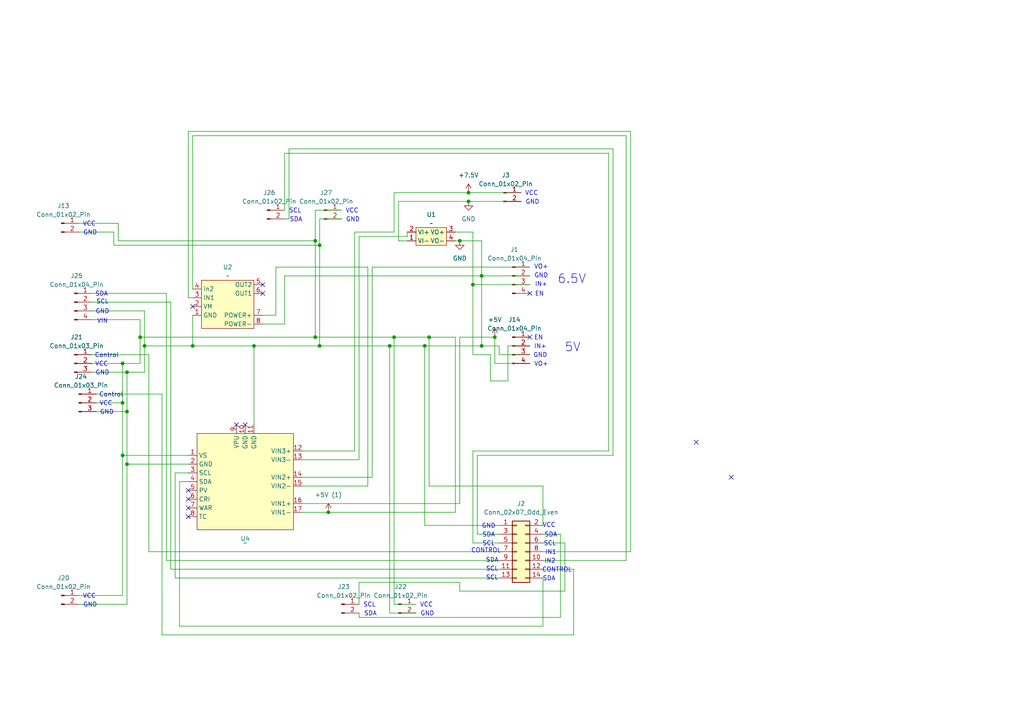
<source format=kicad_sch>
(kicad_sch (version 20250114) (generator "eeschema") (generator_version "9.0")
  (paper "A4")
  (title_block (title "Car Motor") (date "2025-03-17") (rev "v1") (company "Marvin Lorenz"))
  (lib_symbols
    (symbol "Connector:Conn_01x02_Pin" (pin_names (offset 1.016) (hide yes))
      (property "Reference" "J" (at 0 2.54 0))
      (property "Value" "Conn_01x02_Pin" (at 0 -5.08 0))
      (symbol "Conn_01x02_Pin_1_1"
        (rectangle (start 0.8636 0.127) (end 0 -0.127) (stroke (width 0.1524)) (fill (type outline)))
        (rectangle (start 0.8636 -2.413) (end 0 -2.667) (stroke (width 0.1524)) (fill (type outline)))
        (polyline (pts (xy 1.27 0) (xy 0.8636 0)) (stroke (width 0.1524)))
        (polyline (pts (xy 1.27 -2.54) (xy 0.8636 -2.54)) (stroke (width 0.1524)))
        (pin passive line (at 5.08 0 180) (length 3.81) (name "Pin_1") (number "1"))
        (pin passive line (at 5.08 -2.54 180) (length 3.81) (name "Pin_2") (number "2"))
      )
    )
    (symbol "Connector:Conn_01x03_Pin" (pin_names (offset 1.016) (hide yes))
      (property "Reference" "J" (at 0 5.08 0))
      (property "Value" "Conn_01x03_Pin" (at 0 -5.08 0))
      (symbol "Conn_01x03_Pin_1_1"
        (rectangle (start 0.8636 2.667) (end 0 2.413) (stroke (width 0.1524)) (fill (type outline)))
        (rectangle (start 0.8636 0.127) (end 0 -0.127) (stroke (width 0.1524)) (fill (type outline)))
        (rectangle (start 0.8636 -2.413) (end 0 -2.667) (stroke (width 0.1524)) (fill (type outline)))
        (polyline (pts (xy 1.27 2.54) (xy 0.8636 2.54)) (stroke (width 0.1524)))
        (polyline (pts (xy 1.27 0) (xy 0.8636 0)) (stroke (width 0.1524)))
        (polyline (pts (xy 1.27 -2.54) (xy 0.8636 -2.54)) (stroke (width 0.1524)))
        (pin passive line (at 5.08 2.54 180) (length 3.81) (name "Pin_1") (number "1"))
        (pin passive line (at 5.08 0 180) (length 3.81) (name "Pin_2") (number "2"))
        (pin passive line (at 5.08 -2.54 180) (length 3.81) (name "Pin_3") (number "3"))
      )
    )
    (symbol "Connector:Conn_01x04_Pin" (pin_names (offset 1.016) (hide yes))
      (property "Reference" "J" (at 0 5.08 0))
      (property "Value" "Conn_01x04_Pin" (at 0 -7.62 0))
      (symbol "Conn_01x04_Pin_1_1"
        (rectangle (start 0.8636 2.667) (end 0 2.413) (stroke (width 0.1524)) (fill (type outline)))
        (rectangle (start 0.8636 0.127) (end 0 -0.127) (stroke (width 0.1524)) (fill (type outline)))
        (rectangle (start 0.8636 -2.413) (end 0 -2.667) (stroke (width 0.1524)) (fill (type outline)))
        (rectangle (start 0.8636 -4.953) (end 0 -5.207) (stroke (width 0.1524)) (fill (type outline)))
        (polyline (pts (xy 1.27 2.54) (xy 0.8636 2.54)) (stroke (width 0.1524)))
        (polyline (pts (xy 1.27 0) (xy 0.8636 0)) (stroke (width 0.1524)))
        (polyline (pts (xy 1.27 -2.54) (xy 0.8636 -2.54)) (stroke (width 0.1524)))
        (polyline (pts (xy 1.27 -5.08) (xy 0.8636 -5.08)) (stroke (width 0.1524)))
        (pin passive line (at 5.08 2.54 180) (length 3.81) (name "Pin_1") (number "1"))
        (pin passive line (at 5.08 0 180) (length 3.81) (name "Pin_2") (number "2"))
        (pin passive line (at 5.08 -2.54 180) (length 3.81) (name "Pin_3") (number "3"))
        (pin passive line (at 5.08 -5.08 180) (length 3.81) (name "Pin_4") (number "4"))
      )
    )
    (symbol "Connector_Generic:Conn_02x07_Odd_Even" (pin_names (offset 1.016) (hide yes))
      (property "Reference" "J" (at 1.27 10.16 0))
      (property "Value" "Conn_02x07_Odd_Even" (at 1.27 -10.16 0))
      (symbol "Conn_02x07_Odd_Even_1_1"
        (rectangle (start -1.27 8.89) (end 3.81 -8.89) (stroke (width 0.254)) (fill (type background)))
        (rectangle (start -1.27 7.747) (end 0 7.493) (stroke (width 0.1524)))
        (rectangle (start -1.27 5.207) (end 0 4.953) (stroke (width 0.1524)))
        (rectangle (start -1.27 2.667) (end 0 2.413) (stroke (width 0.1524)))
        (rectangle (start -1.27 0.127) (end 0 -0.127) (stroke (width 0.1524)))
        (rectangle (start -1.27 -2.413) (end 0 -2.667) (stroke (width 0.1524)))
        (rectangle (start -1.27 -4.953) (end 0 -5.207) (stroke (width 0.1524)))
        (rectangle (start -1.27 -7.493) (end 0 -7.747) (stroke (width 0.1524)))
        (rectangle (start 3.81 7.747) (end 2.54 7.493) (stroke (width 0.1524)))
        (rectangle (start 3.81 5.207) (end 2.54 4.953) (stroke (width 0.1524)))
        (rectangle (start 3.81 2.667) (end 2.54 2.413) (stroke (width 0.1524)))
        (rectangle (start 3.81 0.127) (end 2.54 -0.127) (stroke (width 0.1524)))
        (rectangle (start 3.81 -2.413) (end 2.54 -2.667) (stroke (width 0.1524)))
        (rectangle (start 3.81 -4.953) (end 2.54 -5.207) (stroke (width 0.1524)))
        (rectangle (start 3.81 -7.493) (end 2.54 -7.747) (stroke (width 0.1524)))
        (pin passive line (at -5.08 7.62 0) (length 3.81) (name "Pin_1") (number "1"))
        (pin passive line (at -5.08 5.08 0) (length 3.81) (name "Pin_3") (number "3"))
        (pin passive line (at -5.08 2.54 0) (length 3.81) (name "Pin_5") (number "5"))
        (pin passive line (at -5.08 0 0) (length 3.81) (name "Pin_7") (number "7"))
        (pin passive line (at -5.08 -2.54 0) (length 3.81) (name "Pin_9") (number "9"))
        (pin passive line (at -5.08 -5.08 0) (length 3.81) (name "Pin_11") (number "11"))
        (pin passive line (at -5.08 -7.62 0) (length 3.81) (name "Pin_13") (number "13"))
        (pin passive line (at 7.62 7.62 180) (length 3.81) (name "Pin_2") (number "2"))
        (pin passive line (at 7.62 5.08 180) (length 3.81) (name "Pin_4") (number "4"))
        (pin passive line (at 7.62 2.54 180) (length 3.81) (name "Pin_6") (number "6"))
        (pin passive line (at 7.62 0 180) (length 3.81) (name "Pin_8") (number "8"))
        (pin passive line (at 7.62 -2.54 180) (length 3.81) (name "Pin_10") (number "10"))
        (pin passive line (at 7.62 -5.08 180) (length 3.81) (name "Pin_12") (number "12"))
        (pin passive line (at 7.62 -7.62 180) (length 3.81) (name "Pin_14") (number "14"))
      )
    )
    (symbol "DRV8871:DRV8871"
      (property "Reference" "U" (at 0 0 0))
      (symbol "DRV8871_1_1"
        (rectangle (start -144.78 -35.56) (end -129.54 -49.53) (fill (type background)))
        (pin input line (at -147.32 -38.1 0) (length 2.54) (name "In2") (number "4"))
        (pin input line (at -147.32 -40.64 0) (length 2.54) (name "IN1") (number "3"))
        (pin input line (at -147.32 -43.18 0) (length 2.54) (name "VM") (number "2"))
        (pin input line (at -147.32 -45.72 0) (length 2.54) (name "GND") (number "1"))
        (pin output line (at -127 -36.83 180) (length 2.54) (name "OUT2") (number "5"))
        (pin output line (at -127 -39.37 180) (length 2.54) (name "OUT1") (number "6"))
        (pin input line (at -127 -45.72 180) (length 2.54) (name "POWER+") (number "7"))
        (pin input line (at -127 -48.26 180) (length 2.54) (name "POWER-") (number "8"))
      )
    )
    (symbol "INA3221:INA3221"
      (property "Reference" "U" (at 0 0 0))
      (symbol "INA3221_1_0"
        (pin input line (at -8.89 5.08 0) (length 2.54) (name "VS") (number "1"))
        (pin input line (at -8.89 2.54 0) (length 2.54) (name "GND") (number "2"))
        (pin output line (at -8.89 0 0) (length 2.54) (name "SCL") (number "3"))
        (pin output line (at -8.89 -2.54 0) (length 2.54) (name "SDA") (number "4"))
        (pin input line (at -8.89 -5.08 0) (length 2.54) (name "PV") (number "5"))
        (pin input line (at -8.89 -7.62 0) (length 2.54) (name "CRI") (number "6"))
        (pin input line (at -8.89 -10.16 0) (length 2.54) (name "WAR") (number "7"))
        (pin input line (at -8.89 -12.7 0) (length 2.54) (name "TC") (number "8"))
        (pin input line (at 5.08 13.97 270) (length 2.54) (name "VPU") (number "9"))
        (pin input line (at 7.62 13.97 270) (length 2.54) (name "GND") (number "10"))
        (pin input line (at 10.16 13.97 270) (length 2.54) (name "GND") (number "11"))
        (pin input line (at 24.13 6.35 180) (length 2.54) (name "VIN3+") (number "12"))
        (pin output line (at 24.13 3.81 180) (length 2.54) (name "VIN3-") (number "13"))
        (pin input line (at 24.13 -1.27 180) (length 2.54) (name "VIN2+") (number "14"))
        (pin output line (at 24.13 -3.81 180) (length 2.54) (name "VIN2-") (number "15"))
        (pin input line (at 24.13 -8.89 180) (length 2.54) (name "VIN1+") (number "16"))
        (pin output line (at 24.13 -11.43 180) (length 2.54) (name "VIN1-") (number "17"))
      )
      (symbol "INA3221_1_1"
        (rectangle (start -6.35 11.43) (end 21.59 -16.51) (fill (type background)))
      )
    )
    (symbol "anti_reverse:anti_reverse"
      (property "Reference" "U" (at 0 0 0))
      (symbol "anti_reverse_1_0"
        (pin input line (at -3.81 -2.54 0) (length 2.54) (name "VI+") (number "2"))
        (pin input line (at -3.81 -5.08 0) (length 2.54) (name "VI-") (number "1"))
        (pin output line (at 10.16 -2.54 180) (length 2.54) (name "VO+") (number "3"))
        (pin output line (at 10.16 -5.08 180) (length 2.54) (name "VO-") (number "4"))
      )
      (symbol "anti_reverse_1_1"
        (rectangle (start -1.27 -1.27) (end 7.62 -6.35) (fill (type background)))
      )
    )
    (symbol "power:+5V" (power) (pin_numbers (hide yes)) (pin_names (offset 0) (hide yes))
      (property "Value" "+5V" (at 0 3.556 0))
      (symbol "+5V_0_1"
        (polyline (pts (xy -0.762 1.27) (xy 0 2.54)))
        (polyline (pts (xy 0 2.54) (xy 0.762 1.27)))
        (polyline (pts (xy 0 0) (xy 0 2.54)))
      )
      (symbol "+5V_1_1"
        (pin power_in line (at 0 0 90) (length 0) (name "~") (number "1"))
      )
    )
    (symbol "power:+7.5V" (power) (pin_numbers (hide yes)) (pin_names (offset 0) (hide yes))
      (property "Value" "+7.5V" (at 0 3.556 0))
      (symbol "+7.5V_0_1"
        (polyline (pts (xy -0.762 1.27) (xy 0 2.54)))
        (polyline (pts (xy 0 2.54) (xy 0.762 1.27)))
        (polyline (pts (xy 0 0) (xy 0 2.54)))
      )
      (symbol "+7.5V_1_1"
        (pin power_in line (at 0 0 90) (length 0) (name "~") (number "1"))
      )
    )
    (symbol "power:GND1" (power) (pin_numbers (hide yes)) (pin_names (offset 0) (hide yes))
      (property "Value" "GND1" (at 0 -3.81 0))
      (symbol "GND1_0_1"
        (polyline (pts (xy 0 0) (xy 0 -1.27) (xy 1.27 -1.27) (xy 0 -2.54) (xy -1.27 -1.27) (xy 0 -1.27)))
      )
      (symbol "GND1_1_1"
        (pin power_in line (at 0 0 270) (length 0) (name "~") (number "1"))
      )
    )
  )
  (text "5V" (at 166.116 100.838 0) (effects (font (size 2.54 2.54))))
  (text "IN2" (at 159.512 162.814 0) (effects (font (size 1.27 1.27))))
  (text "VCC" (at 154.178 56.134 0) (effects (font (size 1.27 1.27))))
  (text "SDA" (at 85.852 63.754 0) (effects (font (size 1.27 1.27))))
  (text "SCL\n" (at 85.598 61.214 0) (effects (font (size 1.27 1.27))))
  (text "VIN" (at 29.718 93.218 0) (effects (font (size 1.27 1.27))))
  (text "VO+" (at 156.972 77.47 0) (effects (font (size 1.27 1.27))))
  (text "EN" (at 156.21 98.044 0) (effects (font (size 1.27 1.27))))
  (text "GND" (at 26.162 175.514 0) (effects (font (size 1.27 1.27))))
  (text "SDA" (at 142.748 162.56 0) (effects (font (size 1.27 1.27))))
  (text "SDA" (at 141.732 155.194 0) (effects (font (size 1.27 1.27))))
  (text "VCC" (at 29.464 105.664 0) (effects (font (size 1.27 1.27))))
  (text "CONTROL" (at 161.544 165.354 0) (effects (font (size 1.27 1.27))))
  (text "GND" (at 156.718 103.124 0) (effects (font (size 1.27 1.27))))
  (text "IN+" (at 156.972 82.55 0) (effects (font (size 1.27 1.27))))
  (text "GND" (at 123.952 178.054 0) (effects (font (size 1.27 1.27))))
  (text "GND" (at 156.972 80.01 0) (effects (font (size 1.27 1.27))))
  (text "VCC" (at 30.734 117.094 0) (effects (font (size 1.27 1.27))))
  (text "Control" (at 30.988 103.124 0) (effects (font (size 1.27 1.27))))
  (text "SCL" (at 29.718 87.63 0) (effects (font (size 1.27 1.27))))
  (text "GND" (at 102.362 63.754 0) (effects (font (size 1.27 1.27))))
  (text "SDA" (at 159.766 155.194 0) (effects (font (size 1.27 1.27))))
  (text "SCL\n" (at 107.188 175.514 0) (effects (font (size 1.27 1.27))))
  (text "SCL" (at 159.512 157.734 0) (effects (font (size 1.27 1.27))))
  (text "Control" (at 32.258 114.554 0) (effects (font (size 1.27 1.27))))
  (text "GND" (at 26.162 67.564 0) (effects (font (size 1.27 1.27))))
  (text "CONTROL" (at 140.97 159.766 0) (effects (font (size 1.27 1.27))))
  (text "SDA" (at 29.464 85.344 0) (effects (font (size 1.27 1.27))))
  (text "VCC" (at 25.908 65.024 0) (effects (font (size 1.27 1.27))))
  (text "VO+" (at 156.972 105.664 0) (effects (font (size 1.27 1.27))))
  (text "SCL" (at 141.732 157.734 0) (effects (font (size 1.27 1.27))))
  (text "IN+" (at 156.718 100.584 0) (effects (font (size 1.27 1.27))))
  (text "VCC" (at 159.258 152.4 0) (effects (font (size 1.27 1.27))))
  (text "GND" (at 30.988 119.634 0) (effects (font (size 1.27 1.27))))
  (text "6.5V" (at 165.862 81.026 0) (effects (font (size 2.54 2.54))))
  (text "VCC" (at 102.108 61.214 0) (effects (font (size 1.27 1.27))))
  (text "GND" (at 141.732 152.654 0) (effects (font (size 1.27 1.27))))
  (text "SDA" (at 107.442 178.054 0) (effects (font (size 1.27 1.27))))
  (text "GND" (at 29.718 90.424 0) (effects (font (size 1.27 1.27))))
  (text "SCL" (at 142.748 167.64 0) (effects (font (size 1.27 1.27))))
  (text "GND" (at 29.718 108.204 0) (effects (font (size 1.27 1.27))))
  (text "SCL" (at 142.748 165.1 0) (effects (font (size 1.27 1.27))))
  (text "VCC" (at 25.908 172.974 0) (effects (font (size 1.27 1.27))))
  (text "EN" (at 156.464 85.344 0) (effects (font (size 1.27 1.27))))
  (text "SDA" (at 159.258 167.894 0) (effects (font (size 1.27 1.27))))
  (text "VCC" (at 123.698 175.514 0) (effects (font (size 1.27 1.27))))
  (text "GND" (at 154.432 58.674 0) (effects (font (size 1.27 1.27))))
  (text "IN1" (at 159.766 160.274 0) (effects (font (size 1.27 1.27))))
  (junction (at 124.46 97.79))
  (junction (at 114.3 97.79))
  (junction (at 41.91 100.33))
  (junction (at 133.35 69.85))
  (junction (at 135.89 55.88))
  (junction (at 123.19 100.33))
  (junction (at 36.83 119.38))
  (junction (at 139.7 100.33))
  (junction (at 91.44 69.85))
  (junction (at 113.03 100.33))
  (junction (at 35.56 116.84))
  (junction (at 73.66 100.33))
  (junction (at 35.56 105.41))
  (junction (at 35.56 132.08))
  (junction (at 40.64 97.79))
  (junction (at 36.83 134.62))
  (junction (at 137.16 82.55))
  (junction (at 91.44 97.79))
  (junction (at 139.7 80.01))
  (junction (at 92.71 100.33))
  (junction (at 36.83 107.95))
  (junction (at 55.88 100.33))
  (junction (at 135.89 58.42))
  (junction (at 95.25 148.59))
  (junction (at 92.71 71.12))
  (junction (at 143.51 97.79))
  (no_connect (at 153.67 97.79))
  (no_connect (at 76.2 82.55))
  (no_connect (at 54.61 149.86))
  (no_connect (at 54.61 147.32))
  (no_connect (at 54.61 142.24))
  (no_connect (at 68.58 123.19))
  (no_connect (at 55.88 88.9))
  (no_connect (at 71.12 123.19))
  (no_connect (at 212.09 138.43))
  (no_connect (at 76.2 85.09))
  (no_connect (at 153.67 85.09))
  (no_connect (at 201.93 128.27))
  (no_connect (at 54.61 144.78))
  (wire (pts (xy 144.78 165.1) (xy 49.53 165.1)))
  (wire (pts (xy 147.32 110.49) (xy 147.32 100.33)))
  (wire (pts (xy 137.16 82.55) (xy 137.16 102.87)))
  (wire (pts (xy 92.71 71.12) (xy 92.71 63.5)))
  (wire (pts (xy 114.3 97.79) (xy 114.3 175.26)))
  (wire (pts (xy 33.02 67.31) (xy 22.86 67.31)))
  (wire (pts (xy 138.43 154.94) (xy 144.78 154.94)))
  (wire (pts (xy 52.07 139.7) (xy 52.07 181.61)))
  (wire (pts (xy 123.19 152.4) (xy 144.78 152.4)))
  (wire (pts (xy 35.56 132.08) (xy 35.56 172.72)))
  (wire (pts (xy 135.89 55.88) (xy 151.13 55.88)))
  (wire (pts (xy 35.56 172.72) (xy 22.86 172.72)))
  (wire (pts (xy 34.29 64.77) (xy 22.86 64.77)))
  (wire (pts (xy 36.83 134.62) (xy 36.83 175.26)))
  (wire (pts (xy 139.7 100.33) (xy 144.78 100.33)))
  (wire (pts (xy 87.63 138.43) (xy 107.95 138.43)))
  (wire (pts (xy 157.48 140.97) (xy 157.48 152.4)))
  (wire (pts (xy 73.66 100.33) (xy 73.66 123.19)))
  (wire (pts (xy 114.3 97.79) (xy 124.46 97.79)))
  (wire (pts (xy 115.57 58.42) (xy 135.89 58.42)))
  (wire (pts (xy 177.8 43.18) (xy 83.82 43.18)))
  (wire (pts (xy 137.16 82.55) (xy 153.67 82.55)))
  (wire (pts (xy 80.01 77.47) (xy 80.01 91.44)))
  (wire (pts (xy 113.03 177.8) (xy 120.65 177.8)))
  (wire (pts (xy 182.88 38.1) (xy 182.88 160.02)))
  (wire (pts (xy 157.48 160.02) (xy 182.88 160.02)))
  (wire (pts (xy 36.83 175.26) (xy 22.86 175.26)))
  (wire (pts (xy 26.67 92.71) (xy 40.64 92.71)))
  (wire (pts (xy 49.53 87.63) (xy 26.67 87.63)))
  (wire (pts (xy 55.88 83.82) (xy 55.88 39.37)))
  (wire (pts (xy 115.57 58.42) (xy 115.57 69.85)))
  (wire (pts (xy 137.16 130.81) (xy 137.16 157.48)))
  (wire (pts (xy 27.94 114.3) (xy 46.99 114.3)))
  (wire (pts (xy 138.43 132.08) (xy 177.8 132.08)))
  (wire (pts (xy 144.78 102.87) (xy 153.67 102.87)))
  (wire (pts (xy 139.7 80.01) (xy 153.67 80.01)))
  (wire (pts (xy 27.94 119.38) (xy 36.83 119.38)))
  (wire (pts (xy 82.55 44.45) (xy 82.55 60.96)))
  (wire (pts (xy 176.53 130.81) (xy 176.53 44.45)))
  (wire (pts (xy 26.67 102.87) (xy 43.18 102.87)))
  (wire (pts (xy 50.8 167.64) (xy 144.78 167.64)))
  (wire (pts (xy 46.99 184.15) (xy 166.37 184.15)))
  (wire (pts (xy 133.35 69.85) (xy 139.7 69.85)))
  (wire (pts (xy 87.63 140.97) (xy 106.68 140.97)))
  (wire (pts (xy 118.11 68.58) (xy 104.14 68.58)))
  (wire (pts (xy 35.56 105.41) (xy 26.67 105.41)))
  (wire (pts (xy 36.83 134.62) (xy 54.61 134.62)))
  (wire (pts (xy 137.16 102.87) (xy 142.24 102.87)))
  (wire (pts (xy 114.3 55.88) (xy 114.3 67.31)))
  (wire (pts (xy 113.03 100.33) (xy 113.03 177.8)))
  (wire (pts (xy 91.44 69.85) (xy 91.44 60.96)))
  (wire (pts (xy 40.64 97.79) (xy 40.64 105.41)))
  (wire (pts (xy 43.18 102.87) (xy 43.18 160.02)))
  (wire (pts (xy 102.87 130.81) (xy 102.87 67.31)))
  (wire (pts (xy 91.44 69.85) (xy 34.29 69.85)))
  (wire (pts (xy 142.24 102.87) (xy 142.24 110.49)))
  (wire (pts (xy 139.7 80.01) (xy 139.7 100.33)))
  (wire (pts (xy 50.8 137.16) (xy 50.8 167.64)))
  (wire (pts (xy 26.67 85.09) (xy 48.26 85.09)))
  (wire (pts (xy 33.02 71.12) (xy 33.02 67.31)))
  (wire (pts (xy 104.14 179.07) (xy 162.56 179.07)))
  (wire (pts (xy 114.3 55.88) (xy 135.89 55.88)))
  (wire (pts (xy 91.44 69.85) (xy 91.44 97.79)))
  (wire (pts (xy 124.46 97.79) (xy 124.46 140.97)))
  (wire (pts (xy 143.51 97.79) (xy 133.35 97.79)))
  (wire (pts (xy 35.56 116.84) (xy 35.56 132.08)))
  (wire (pts (xy 118.11 67.31) (xy 118.11 68.58)))
  (wire (pts (xy 87.63 130.81) (xy 102.87 130.81)))
  (wire (pts (xy 36.83 107.95) (xy 36.83 119.38)))
  (wire (pts (xy 138.43 154.94) (xy 138.43 132.08)))
  (wire (pts (xy 157.48 181.61) (xy 157.48 167.64)))
  (wire (pts (xy 27.94 116.84) (xy 35.56 116.84)))
  (wire (pts (xy 91.44 60.96) (xy 99.06 60.96)))
  (wire (pts (xy 162.56 154.94) (xy 157.48 154.94)))
  (wire (pts (xy 36.83 107.95) (xy 26.67 107.95)))
  (wire (pts (xy 143.51 97.79) (xy 143.51 105.41)))
  (wire (pts (xy 95.25 148.59) (xy 132.08 148.59)))
  (wire (pts (xy 35.56 105.41) (xy 35.56 116.84)))
  (wire (pts (xy 181.61 39.37) (xy 181.61 162.56)))
  (wire (pts (xy 49.53 87.63) (xy 49.53 165.1)))
  (wire (pts (xy 157.48 162.56) (xy 181.61 162.56)))
  (wire (pts (xy 55.88 91.44) (xy 55.88 100.33)))
  (wire (pts (xy 41.91 107.95) (xy 36.83 107.95)))
  (wire (pts (xy 104.14 68.58) (xy 104.14 133.35)))
  (wire (pts (xy 133.35 97.79) (xy 133.35 146.05)))
  (wire (pts (xy 147.32 100.33) (xy 153.67 100.33)))
  (wire (pts (xy 52.07 139.7) (xy 54.61 139.7)))
  (wire (pts (xy 82.55 63.5) (xy 83.82 63.5)))
  (wire (pts (xy 80.01 91.44) (xy 76.2 91.44)))
  (wire (pts (xy 54.61 137.16) (xy 50.8 137.16)))
  (wire (pts (xy 40.64 105.41) (xy 35.56 105.41)))
  (wire (pts (xy 82.55 93.98) (xy 76.2 93.98)))
  (wire (pts (xy 91.44 97.79) (xy 40.64 97.79)))
  (wire (pts (xy 33.02 71.12) (xy 92.71 71.12)))
  (wire (pts (xy 162.56 179.07) (xy 162.56 154.94)))
  (wire (pts (xy 113.03 100.33) (xy 92.71 100.33)))
  (wire (pts (xy 133.35 171.45) (xy 163.83 171.45)))
  (wire (pts (xy 54.61 38.1) (xy 182.88 38.1)))
  (wire (pts (xy 166.37 165.1) (xy 157.48 165.1)))
  (wire (pts (xy 48.26 162.56) (xy 144.78 162.56)))
  (wire (pts (xy 92.71 63.5) (xy 99.06 63.5)))
  (wire (pts (xy 34.29 69.85) (xy 34.29 64.77)))
  (wire (pts (xy 52.07 181.61) (xy 157.48 181.61)))
  (wire (pts (xy 104.14 168.91) (xy 133.35 168.91)))
  (wire (pts (xy 135.89 58.42) (xy 151.13 58.42)))
  (wire (pts (xy 133.35 146.05) (xy 87.63 146.05)))
  (wire (pts (xy 107.95 77.47) (xy 153.67 77.47)))
  (wire (pts (xy 133.35 168.91) (xy 133.35 171.45)))
  (wire (pts (xy 137.16 130.81) (xy 176.53 130.81)))
  (wire (pts (xy 166.37 184.15) (xy 166.37 165.1)))
  (wire (pts (xy 26.67 90.17) (xy 41.91 90.17)))
  (wire (pts (xy 82.55 80.01) (xy 82.55 93.98)))
  (wire (pts (xy 35.56 132.08) (xy 54.61 132.08)))
  (wire (pts (xy 132.08 67.31) (xy 137.16 67.31)))
  (wire (pts (xy 41.91 100.33) (xy 55.88 100.33)))
  (wire (pts (xy 55.88 86.36) (xy 54.61 86.36)))
  (wire (pts (xy 41.91 90.17) (xy 41.91 100.33)))
  (wire (pts (xy 143.51 105.41) (xy 153.67 105.41)))
  (wire (pts (xy 104.14 177.8) (xy 104.14 179.07)))
  (wire (pts (xy 177.8 132.08) (xy 177.8 43.18)))
  (wire (pts (xy 107.95 138.43) (xy 107.95 77.47)))
  (wire (pts (xy 82.55 44.45) (xy 176.53 44.45)))
  (wire (pts (xy 132.08 69.85) (xy 133.35 69.85)))
  (wire (pts (xy 137.16 67.31) (xy 137.16 82.55)))
  (wire (pts (xy 55.88 39.37) (xy 181.61 39.37)))
  (wire (pts (xy 124.46 140.97) (xy 157.48 140.97)))
  (wire (pts (xy 123.19 100.33) (xy 123.19 152.4)))
  (wire (pts (xy 55.88 100.33) (xy 73.66 100.33)))
  (wire (pts (xy 115.57 69.85) (xy 118.11 69.85)))
  (wire (pts (xy 163.83 171.45) (xy 163.83 157.48)))
  (wire (pts (xy 104.14 175.26) (xy 104.14 168.91)))
  (wire (pts (xy 40.64 92.71) (xy 40.64 97.79)))
  (wire (pts (xy 139.7 80.01) (xy 82.55 80.01)))
  (wire (pts (xy 92.71 100.33) (xy 92.71 71.12)))
  (wire (pts (xy 83.82 43.18) (xy 83.82 63.5)))
  (wire (pts (xy 46.99 114.3) (xy 46.99 184.15)))
  (wire (pts (xy 36.83 119.38) (xy 36.83 134.62)))
  (wire (pts (xy 91.44 97.79) (xy 114.3 97.79)))
  (wire (pts (xy 54.61 86.36) (xy 54.61 38.1)))
  (wire (pts (xy 137.16 157.48) (xy 144.78 157.48)))
  (wire (pts (xy 123.19 100.33) (xy 139.7 100.33)))
  (wire (pts (xy 41.91 100.33) (xy 41.91 107.95)))
  (wire (pts (xy 102.87 67.31) (xy 114.3 67.31)))
  (wire (pts (xy 120.65 175.26) (xy 114.3 175.26)))
  (wire (pts (xy 142.24 110.49) (xy 147.32 110.49)))
  (wire (pts (xy 48.26 85.09) (xy 48.26 162.56)))
  (wire (pts (xy 157.48 157.48) (xy 163.83 157.48)))
  (wire (pts (xy 132.08 97.79) (xy 124.46 97.79)))
  (wire (pts (xy 123.19 100.33) (xy 113.03 100.33)))
  (wire (pts (xy 43.18 160.02) (xy 144.78 160.02)))
  (wire (pts (xy 106.68 77.47) (xy 106.68 140.97)))
  (wire (pts (xy 80.01 77.47) (xy 106.68 77.47)))
  (wire (pts (xy 87.63 148.59) (xy 95.25 148.59)))
  (wire (pts (xy 92.71 100.33) (xy 73.66 100.33)))
  (wire (pts (xy 144.78 100.33) (xy 144.78 102.87)))
  (wire (pts (xy 132.08 148.59) (xy 132.08 97.79)))
  (wire (pts (xy 139.7 69.85) (xy 139.7 80.01)))
  (wire (pts (xy 104.14 133.35) (xy 87.63 133.35)))
  (symbol (lib_id "Connector:Conn_01x02_Pin") (at 17.78 172.72 0) (unit 1)
    (property "Reference" "J20" (at 18.415 167.64 0))
    (property "Value" "Conn_01x02_Pin" (at 18.415 170.18 0))
    (property "Footprint" "Connector_PinHeader_2.54mm:PinHeader_1x02_P2.54mm_Vertical" (effects (hide yes)))
    (property "Description" "Generic connector, single row, 01x02, script generated" (effects (hide yes)))
  )
  (symbol (lib_id "Connector:Conn_01x02_Pin") (at 99.06 175.26 0) (unit 1)
    (property "Reference" "J23" (at 99.695 170.18 0))
    (property "Value" "Conn_01x02_Pin" (at 99.695 172.72 0))
    (property "Footprint" "Connector_PinHeader_2.54mm:PinHeader_1x02_P2.54mm_Vertical" (effects (hide yes)))
    (property "Description" "Generic connector, single row, 01x02, script generated" (effects (hide yes)))
  )
  (symbol (lib_id "power:+5V") (at 143.51 97.79 0) (unit 1)
    (property "Reference" "#PWR02" (effects (hide yes)))
    (property "Value" "+5V" (at 143.51 92.71 0))
    (property "Description" "Power symbol creates a global label with name \"+5V\"" (effects (hide yes)))
  )
  (symbol (lib_id "power:+5V") (at 95.25 148.59 0) (unit 1)
    (property "Reference" "#PWR07" (effects (hide yes)))
    (property "Value" "+5V (1)" (at 95.25 143.51 0))
    (property "Description" "Power symbol creates a global label with name \"+5V\"" (effects (hide yes)))
  )
  (symbol (lib_id "power:+7.5V") (at 135.89 55.88 0) (unit 1)
    (property "Reference" "#PWR03" (effects (hide yes)))
    (property "Value" "+7.5V" (at 135.89 50.8 0))
    (property "Description" "Power symbol creates a global label with name \"+7.5V\"" (effects (hide yes)))
  )
  (symbol (lib_id "Connector:Conn_01x02_Pin") (at 77.47 60.96 0) (unit 1)
    (property "Reference" "J26" (at 78.105 55.88 0))
    (property "Value" "Conn_01x02_Pin" (at 78.105 58.42 0))
    (property "Footprint" "Connector_PinHeader_2.54mm:PinHeader_1x02_P2.54mm_Vertical" (effects (hide yes)))
    (property "Description" "Generic connector, single row, 01x02, script generated" (effects (hide yes)))
  )
  (symbol (lib_id "Connector:Conn_01x03_Pin") (at 22.86 116.84 0) (unit 1)
    (property "Reference" "J24" (at 23.495 109.22 0))
    (property "Value" "Conn_01x03_Pin" (at 23.495 111.76 0))
    (property "Footprint" "Connector_PinHeader_2.54mm:PinHeader_1x03_P2.54mm_Vertical" (effects (hide yes)))
    (property "Description" "Generic connector, single row, 01x03, script generated" (effects (hide yes)))
  )
  (symbol (lib_id "Connector:Conn_01x04_Pin") (at 21.59 87.63 0) (unit 1)
    (property "Reference" "J25" (at 22.225 80.01 0))
    (property "Value" "Conn_01x04_Pin" (at 22.225 82.55 0))
    (property "Footprint" "Connector_PinHeader_2.54mm:PinHeader_1x04_P2.54mm_Vertical" (effects (hide yes)))
    (property "Description" "Generic connector, single row, 01x04, script generated" (effects (hide yes)))
  )
  (symbol (lib_id "power:GND1") (at 133.35 69.85 0) (unit 1)
    (property "Reference" "#PWR05" (effects (hide yes)))
    (property "Value" "GND" (at 133.35 74.93 0))
    (property "Description" "Power symbol creates a global label with name \"GND1\" , ground" (effects (hide yes)))
  )
  (symbol (lib_id "INA3221:INA3221") (at 63.5 137.16 0) (unit 1)
    (property "Reference" "U4" (at 71.12 156.21 0))
    (property "Value" "~" (at 71.12 157.48 0))
    (property "Footprint" "ina3221:INA3221_Module" (effects (hide yes)))
  )
  (symbol (lib_id "Connector:Conn_01x02_Pin") (at 146.05 55.88 0) (unit 1)
    (property "Reference" "J3" (at 146.685 50.8 0))
    (property "Value" "Conn_01x02_Pin" (at 146.685 53.34 0))
    (property "Footprint" "Connector_PinHeader_2.54mm:PinHeader_1x02_P2.54mm_Vertical" (effects (hide yes)))
    (property "Description" "Generic connector, single row, 01x02, script generated" (effects (hide yes)))
  )
  (symbol (lib_id "DRV8871:DRV8871") (at 203.2 45.72 0) (unit 1)
    (property "Reference" "U2" (at 66.04 77.47 0))
    (property "Value" "~" (at 66.04 80.01 0))
    (property "Footprint" "DRV8871:DRV8871" (effects (hide yes)))
  )
  (symbol (lib_id "Connector_Generic:Conn_02x07_Odd_Even") (at 149.86 160.02 0) (unit 1)
    (property "Reference" "J2" (at 151.13 146.05 0))
    (property "Value" "Conn_02x07_Odd_Even" (at 151.13 148.59 0))
    (property "Footprint" "Connector_PinHeader_2.54mm:PinHeader_2x07_P2.54mm_Vertical" (effects (hide yes)))
    (property "Description" "Generic connector, double row, 02x07, odd/even pin numbering scheme (row 1 odd numbers, row 2 even numbers), script generated (kicad-library-utils/schlib/autogen/connector/)" (effects (hide yes)))
  )
  (symbol (lib_id "Connector:Conn_01x03_Pin") (at 21.59 105.41 0) (unit 1)
    (property "Reference" "J21" (at 22.225 97.79 0))
    (property "Value" "Conn_01x03_Pin" (at 22.225 100.33 0))
    (property "Footprint" "Connector_PinHeader_2.54mm:PinHeader_1x03_P2.54mm_Vertical" (effects (hide yes)))
    (property "Description" "Generic connector, single row, 01x03, script generated" (effects (hide yes)))
  )
  (symbol (lib_id "power:GND1") (at 135.89 58.42 0) (unit 1)
    (property "Reference" "#PWR04" (effects (hide yes)))
    (property "Value" "GND" (at 135.89 63.5 0))
    (property "Description" "Power symbol creates a global label with name \"GND1\" , ground" (effects (hide yes)))
  )
  (symbol (lib_id "anti_reverse:anti_reverse") (at 121.92 64.77 0) (unit 1)
    (property "Reference" "U1" (at 125.095 62.23 0))
    (property "Value" "~" (at 125.095 64.77 0))
    (property "Footprint" "anti_reverse:anti_reverse" (effects (hide yes)))
  )
  (symbol (lib_id "Connector:Conn_01x04_Pin") (at 148.59 100.33 0) (unit 1)
    (property "Reference" "J14" (at 149.225 92.71 0))
    (property "Value" "Conn_01x04_Pin" (at 149.225 95.25 0))
    (property "Footprint" "Connector_PinHeader_2.54mm:PinHeader_1x04_P2.54mm_Vertical" (effects (hide yes)))
    (property "Description" "Generic connector, single row, 01x04, script generated" (effects (hide yes)))
  )
  (symbol (lib_id "Connector:Conn_01x02_Pin") (at 93.98 60.96 0) (unit 1)
    (property "Reference" "J27" (at 94.615 55.88 0))
    (property "Value" "Conn_01x02_Pin" (at 94.615 58.42 0))
    (property "Footprint" "Connector_PinHeader_2.54mm:PinHeader_1x02_P2.54mm_Vertical" (effects (hide yes)))
    (property "Description" "Generic connector, single row, 01x02, script generated" (effects (hide yes)))
  )
  (symbol (lib_id "Connector:Conn_01x02_Pin") (at 17.78 64.77 0) (unit 1)
    (property "Reference" "J13" (at 18.415 59.69 0))
    (property "Value" "Conn_01x02_Pin" (at 18.415 62.23 0))
    (property "Footprint" "Connector_PinHeader_2.54mm:PinHeader_1x02_P2.54mm_Vertical" (effects (hide yes)))
    (property "Description" "Generic connector, single row, 01x02, script generated" (effects (hide yes)))
  )
  (symbol (lib_id "Connector:Conn_01x04_Pin") (at 148.59 80.01 0) (unit 1)
    (property "Reference" "J1" (at 149.225 72.39 0))
    (property "Value" "Conn_01x04_Pin" (at 149.225 74.93 0))
    (property "Footprint" "Connector_PinHeader_2.54mm:PinHeader_1x04_P2.54mm_Vertical" (effects (hide yes)))
    (property "Description" "Generic connector, single row, 01x04, script generated" (effects (hide yes)))
  )
  (symbol (lib_id "Connector:Conn_01x02_Pin") (at 115.57 175.26 0) (unit 1)
    (property "Reference" "J22" (at 116.205 170.18 0))
    (property "Value" "Conn_01x02_Pin" (at 116.205 172.72 0))
    (property "Footprint" "Connector_PinHeader_2.54mm:PinHeader_1x02_P2.54mm_Vertical" (effects (hide yes)))
    (property "Description" "Generic connector, single row, 01x02, script generated" (effects (hide yes)))
  )
)
</source>
